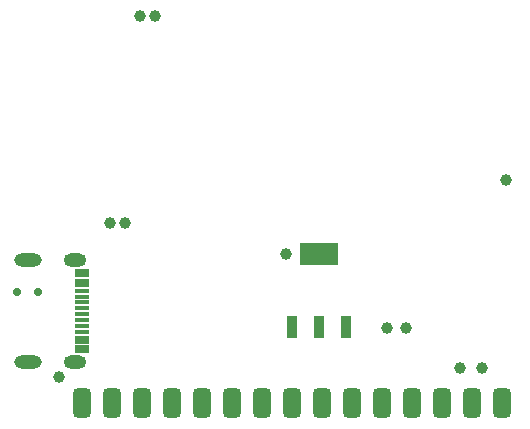
<source format=gbs>
G04*
G04 #@! TF.GenerationSoftware,Altium Limited,Altium Designer,23.0.1 (38)*
G04*
G04 Layer_Color=16711935*
%FSTAX44Y44*%
%MOMM*%
G71*
G04*
G04 #@! TF.SameCoordinates,70A70F08-58DB-409B-8D52-4F46F491BF6E*
G04*
G04*
G04 #@! TF.FilePolarity,Negative*
G04*
G01*
G75*
G04:AMPARAMS|DCode=27|XSize=1.5mm|YSize=2.5mm|CornerRadius=0.375mm|HoleSize=0mm|Usage=FLASHONLY|Rotation=180.000|XOffset=0mm|YOffset=0mm|HoleType=Round|Shape=RoundedRectangle|*
%AMROUNDEDRECTD27*
21,1,1.5000,1.7500,0,0,180.0*
21,1,0.7500,2.5000,0,0,180.0*
1,1,0.7500,-0.3750,0.8750*
1,1,0.7500,0.3750,0.8750*
1,1,0.7500,0.3750,-0.8750*
1,1,0.7500,-0.3750,-0.8750*
%
%ADD27ROUNDEDRECTD27*%
%ADD33O,1.9270X1.1270*%
%ADD34O,2.3270X1.1270*%
%ADD35C,0.7000*%
%ADD43C,1.0000*%
%ADD44R,3.1900X1.8600*%
%ADD45R,0.9000X1.8600*%
%ADD46R,1.2770X0.4250*%
%ADD47R,1.2770X0.7170*%
D27*
X00034544Y-0001397D02*
D03*
X00059944D02*
D03*
X00085344D02*
D03*
X00110744D02*
D03*
X00009144D02*
D03*
X00136144D02*
D03*
X00339344D02*
D03*
X00313944D02*
D03*
X00288544D02*
D03*
X00263144D02*
D03*
X00237744D02*
D03*
X00212344D02*
D03*
X00186944D02*
D03*
X00161544D02*
D03*
X00364744D02*
D03*
D33*
X00003354Y00107208D02*
D03*
Y00020808D02*
D03*
D34*
X-00036646Y00107208D02*
D03*
Y00020808D02*
D03*
D35*
X-0004583Y00080264D02*
D03*
X-0002783D02*
D03*
D43*
X00045974Y00138662D02*
D03*
X00368766Y00174764D02*
D03*
X00058674Y00313662D02*
D03*
X00071374D02*
D03*
X00033274Y00138662D02*
D03*
X0026758Y00049784D02*
D03*
X00283482D02*
D03*
X00329044Y00016002D02*
D03*
X00347726D02*
D03*
X-0001009Y00008382D02*
D03*
X00181866Y00112412D02*
D03*
D44*
X00209944Y00112554D02*
D03*
D45*
X00186944Y00051054D02*
D03*
X00209944D02*
D03*
X00232944D02*
D03*
D46*
X00009104Y00061508D02*
D03*
Y00066508D02*
D03*
Y00071508D02*
D03*
Y00056508D02*
D03*
Y00051508D02*
D03*
Y00076508D02*
D03*
Y00081508D02*
D03*
Y00046508D02*
D03*
D47*
Y00040008D02*
D03*
Y00088008D02*
D03*
Y00096008D02*
D03*
Y00032008D02*
D03*
M02*

</source>
